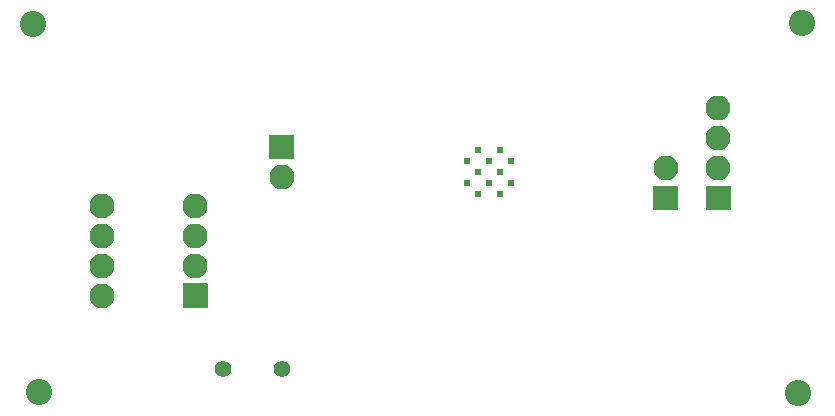
<source format=gbs>
G04 #@! TF.GenerationSoftware,KiCad,Pcbnew,(5.1.9)-1*
G04 #@! TF.CreationDate,2021-04-14T09:49:37+02:00*
G04 #@! TF.ProjectId,Copy_bachelorproef morse,436f7079-5f62-4616-9368-656c6f727072,rev?*
G04 #@! TF.SameCoordinates,Original*
G04 #@! TF.FileFunction,Soldermask,Bot*
G04 #@! TF.FilePolarity,Negative*
%FSLAX46Y46*%
G04 Gerber Fmt 4.6, Leading zero omitted, Abs format (unit mm)*
G04 Created by KiCad (PCBNEW (5.1.9)-1) date 2021-04-14 09:49:37*
%MOMM*%
%LPD*%
G01*
G04 APERTURE LIST*
%ADD10C,2.202000*%
%ADD11C,0.602000*%
%ADD12O,2.102000X2.102000*%
%ADD13C,2.102000*%
%ADD14C,1.402000*%
G04 APERTURE END LIST*
D10*
X92329000Y-102743000D03*
X91821000Y-71628000D03*
X156972000Y-71501000D03*
X156591000Y-102870000D03*
D11*
X129527500Y-82320000D03*
X131362500Y-82320000D03*
X128610000Y-83237500D03*
X130445000Y-83237500D03*
X132280000Y-83237500D03*
X129527500Y-84155000D03*
X131362500Y-84155000D03*
X128610000Y-85072500D03*
X130445000Y-85072500D03*
X132280000Y-85072500D03*
X129527500Y-85990000D03*
X131362500Y-85990000D03*
G36*
G01*
X150911000Y-85360000D02*
X150911000Y-87360000D01*
G75*
G02*
X150860000Y-87411000I-51000J0D01*
G01*
X148860000Y-87411000D01*
G75*
G02*
X148809000Y-87360000I0J51000D01*
G01*
X148809000Y-85360000D01*
G75*
G02*
X148860000Y-85309000I51000J0D01*
G01*
X150860000Y-85309000D01*
G75*
G02*
X150911000Y-85360000I0J-51000D01*
G01*
G37*
D12*
X149860000Y-83820000D03*
X149860000Y-81280000D03*
X149860000Y-78740000D03*
G36*
G01*
X146466000Y-85360000D02*
X146466000Y-87360000D01*
G75*
G02*
X146415000Y-87411000I-51000J0D01*
G01*
X144415000Y-87411000D01*
G75*
G02*
X144364000Y-87360000I0J51000D01*
G01*
X144364000Y-85360000D01*
G75*
G02*
X144415000Y-85309000I51000J0D01*
G01*
X146415000Y-85309000D01*
G75*
G02*
X146466000Y-85360000I0J-51000D01*
G01*
G37*
X145415000Y-83820000D03*
G36*
G01*
X106621000Y-93615000D02*
X106621000Y-95615000D01*
G75*
G02*
X106570000Y-95666000I-51000J0D01*
G01*
X104570000Y-95666000D01*
G75*
G02*
X104519000Y-95615000I0J51000D01*
G01*
X104519000Y-93615000D01*
G75*
G02*
X104570000Y-93564000I51000J0D01*
G01*
X106570000Y-93564000D01*
G75*
G02*
X106621000Y-93615000I0J-51000D01*
G01*
G37*
D13*
X105570000Y-92075000D03*
X105570000Y-89535000D03*
X105570000Y-86995000D03*
X97630000Y-86995000D03*
X97630000Y-89535000D03*
X97630000Y-92075000D03*
X97630000Y-94615000D03*
D14*
X107926500Y-100805000D03*
X112926500Y-100805000D03*
G36*
G01*
X111852000Y-83042000D02*
X111852000Y-81042000D01*
G75*
G02*
X111903000Y-80991000I51000J0D01*
G01*
X113903000Y-80991000D01*
G75*
G02*
X113954000Y-81042000I0J-51000D01*
G01*
X113954000Y-83042000D01*
G75*
G02*
X113903000Y-83093000I-51000J0D01*
G01*
X111903000Y-83093000D01*
G75*
G02*
X111852000Y-83042000I0J51000D01*
G01*
G37*
D12*
X112903000Y-84582000D03*
M02*

</source>
